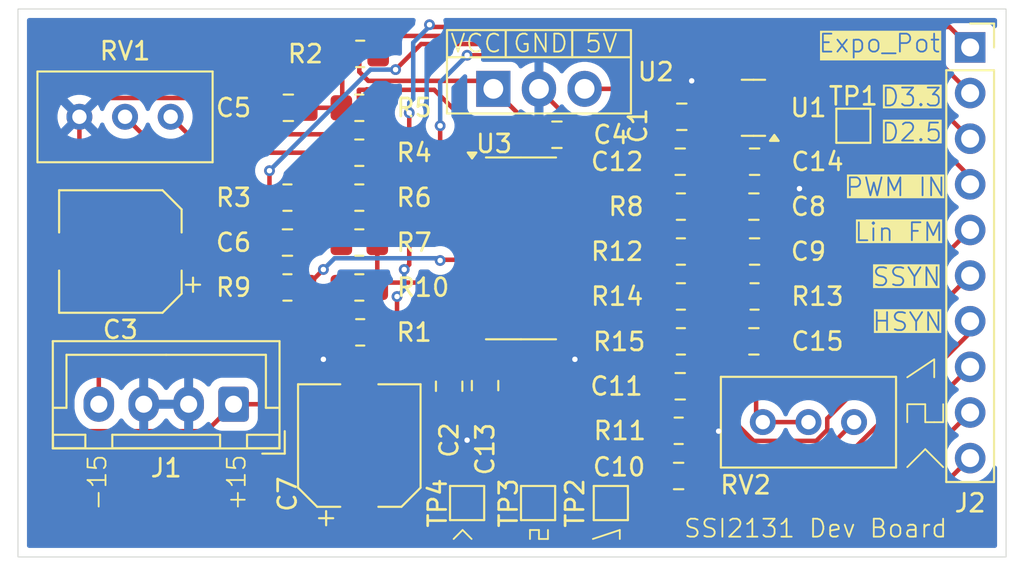
<source format=kicad_pcb>
(kicad_pcb (version 20241229) (generator "pcbnew") (generator_version "9.0")
  (layers (0 "F.Cu" signal) (2 "B.Cu" signal) (13 "F.Paste" user) (15 "B.Paste" user) (5 "F.SilkS" user "F.Silkscreen") (7 "B.SilkS" user "B.Silkscreen") (1 "F.Mask" user) (3 "B.Mask" user) (25 "Edge.Cuts" user))
  (net 0 "")
  (net 1 "GND")
  (net 2 "/2.5V_REF")
  (net 3 "+5V")
  (net 4 "Net-(C5-Pad1)")
  (net 5 "Net-(C6-Pad1)")
  (net 6 "/Soft_Syn_in")
  (net 7 "/Hard_syn_in")
  (net 8 "/Lin_FM_IN")
  (net 9 "-15V")
  (net 10 "+15V")
  (net 11 "/Expo_DAC_in_3.3")
  (net 12 "/Expo_Pot_in")
  (net 13 "/PWM_CNTRL_IN")
  (net 14 "/Expo_DAC_in_2.5")
  (net 15 "/Buf_Tri")
  (net 16 "/Buf_saw")
  (net 17 "/Buf_Pulse")
  (net 18 "Net-(U3-HARD_SYNC)")
  (net 19 "Net-(U3-SOFT_SYNC)")
  (net 20 "Net-(U3-TCAP)")
  (net 21 "Net-(C14-Pad1)")
  (net 22 "Net-(C15-Pad1)")
  (net 23 "Net-(U3-EXPO_FREQ)")
  (net 24 "Net-(R4-Pad1)")
  (net 25 "Net-(U3-HF_TRACK)")
  (net 26 "Net-(U3-BW_COMP)")
  (net 27 "Net-(R13-Pad1)")
  (net 28 "Net-(U3-LIN_FREQ)")
  (net 29 "Net-(U3-EXPO_SCALE)")
  (footprint "Capacitor_SMD:C_0805_2012Metric_Pad1.18x1.45mm_HandSolder" (layer "F.Cu") (at 169 90.5)
    (property "Reference" "C14" (at 3.5 0 0) (layer "F.SilkS"))
    (property "Value" "10n")
    (pad "1" smd roundrect (at -1.0375 0) (size 1.175 1.45) (layers "F.Cu" "F.Mask" "F.Paste") (roundrect_rratio 0.212766) (net 21 "Net-(C14-Pad1)"))
    (pad "2" smd roundrect (at 1.0375 0) (size 1.175 1.45) (layers "F.Cu" "F.Mask" "F.Paste") (roundrect_rratio 0.212766) (net 1 "GND"))
  )
  (footprint "Capacitor_SMD:C_0805_2012Metric_Pad1.18x1.45mm_HandSolder" (layer "F.Cu") (at 154 102.9625 -90)
    (property "Reference" "C13" (at 3.5375 0 90) (layer "F.SilkS"))
    (property "Value" "3.9nf")
    (pad "1" smd roundrect (at -1.0375 0 270) (size 1.175 1.45) (layers "F.Cu" "F.Mask" "F.Paste") (roundrect_rratio 0.212766) (net 20 "Net-(U3-TCAP)"))
    (pad "2" smd roundrect (at 1.0375 0 270) (size 1.175 1.45) (layers "F.Cu" "F.Mask" "F.Paste") (roundrect_rratio 0.212766) (net 1 "GND"))
  )
  (footprint "Resistor_SMD:R_0805_2012Metric_Pad1.20x1.40mm_HandSolder" (layer "F.Cu") (at 147 95)
    (property "Reference" "R7" (at 3.05 0 0) (layer "F.SilkS"))
    (property "Value" "100k")
    (pad "1" smd roundrect (at -1 0) (size 1.2 1.4) (layers "F.Cu" "F.Mask" "F.Paste") (roundrect_rratio 0.208333) (net 2 "/2.5V_REF"))
    (pad "2" smd roundrect (at 1 0) (size 1.2 1.4) (layers "F.Cu" "F.Mask" "F.Paste") (roundrect_rratio 0.208333) (net 23 "Net-(U3-EXPO_FREQ)"))
  )
  (footprint "Resistor_SMD:R_0805_2012Metric_Pad1.20x1.40mm_HandSolder" (layer "F.Cu") (at 164.9 100.5)
    (property "Reference" "R15" (at -3.434902 0.021484 0) (layer "F.SilkS"))
    (property "Value" "499k")
    (pad "1" smd roundrect (at -1 0) (size 1.2 1.4) (layers "F.Cu" "F.Mask" "F.Paste") (roundrect_rratio 0.208333) (net 28 "Net-(U3-LIN_FREQ)"))
    (pad "2" smd roundrect (at 1 0) (size 1.2 1.4) (layers "F.Cu" "F.Mask" "F.Paste") (roundrect_rratio 0.208333) (net 22 "Net-(C15-Pad1)"))
  )
  (footprint "Package_TO_SOT_THT:TO-220-3_Vertical" (layer "F.Cu") (at 154.46 86.445)
    (property "Reference" "U2" (at 9.04 -0.945 0) (layer "F.SilkS"))
    (property "Value" "LM7805_TO220")
    (pad "1" thru_hole rect (at 0 0) (size 1.905 2) (drill 1.1) (layers "*.Cu" "*.Mask") (net 10 "+15V"))
    (pad "2" thru_hole oval (at 2.54 0) (size 1.905 2) (drill 1.1) (layers "*.Cu" "*.Mask") (net 1 "GND"))
    (pad "3" thru_hole oval (at 5.08 0) (size 1.905 2) (drill 1.1) (layers "*.Cu" "*.Mask") (net 3 "+5V"))
  )
  (footprint "Potentiometer_THT:Potentiometer_Bourns_3296W_Vertical" (layer "F.Cu") (at 136.5 88)
    (property "Reference" "RV1" (at -2.54 -3.66 0) (layer "F.SilkS"))
    (property "Value" "5k")
    (pad "1" thru_hole circle (at 0 0) (size 1.44 1.44) (drill 0.8) (layers "*.Cu" "*.Mask") (net 2 "/2.5V_REF"))
    (pad "2" thru_hole circle (at -2.54 0) (size 1.44 1.44) (drill 0.8) (layers "*.Cu" "*.Mask") (net 24 "Net-(R4-Pad1)"))
    (pad "3" thru_hole circle (at -5.08 0) (size 1.44 1.44) (drill 0.8) (layers "*.Cu" "*.Mask") (net 1 "GND"))
  )
  (footprint "Potentiometer_THT:Potentiometer_Bourns_3296W_Vertical" (layer "F.Cu") (at 174.54 104.995)
    (property "Reference" "RV2" (at -6.04 3.505 0) (layer "F.SilkS"))
    (property "Value" "5k")
    (pad "1" thru_hole circle (at 0 0) (size 1.44 1.44) (drill 0.8) (layers "*.Cu" "*.Mask") (net 29 "Net-(U3-EXPO_SCALE)"))
    (pad "2" thru_hole circle (at -2.54 0) (size 1.44 1.44) (drill 0.8) (layers "*.Cu" "*.Mask") (net 27 "Net-(R13-Pad1)"))
    (pad "3" thru_hole circle (at -5.08 0) (size 1.44 1.44) (drill 0.8) (layers "*.Cu" "*.Mask") (net 27 "Net-(R13-Pad1)"))
  )
  (footprint "Capacitor_SMD:C_0805_2012Metric_Pad1.18x1.45mm_HandSolder" (layer "F.Cu") (at 143 95 180)
    (property "Reference" "C6" (at 3 0 0) (layer "F.SilkS"))
    (property "Value" "220n")
    (pad "1" smd roundrect (at -1.0375 0 180) (size 1.175 1.45) (layers "F.Cu" "F.Mask" "F.Paste") (roundrect_rratio 0.212766) (net 5 "Net-(C6-Pad1)"))
    (pad "2" smd roundrect (at 1.0375 0 180) (size 1.175 1.45) (layers "F.Cu" "F.Mask" "F.Paste") (roundrect_rratio 0.212766) (net 1 "GND"))
  )
  (footprint "Capacitor_SMD:C_0805_2012Metric_Pad1.18x1.45mm_HandSolder" (layer "F.Cu") (at 169 95.5)
    (property "Reference" "C9" (at 3 0 0) (layer "F.SilkS"))
    (property "Value" "1uf")
    (pad "1" smd roundrect (at -1.0375 0) (size 1.175 1.45) (layers "F.Cu" "F.Mask" "F.Paste") (roundrect_rratio 0.212766) (net 2 "/2.5V_REF"))
    (pad "2" smd roundrect (at 1.0375 0) (size 1.175 1.45) (layers "F.Cu" "F.Mask" "F.Paste") (roundrect_rratio 0.212766) (net 1 "GND"))
  )
  (footprint "TestPoint:TestPoint_Pad_1.5x1.5mm" (layer "F.Cu") (at 156.95 109.5 90)
    (property "Reference" "TP3" (at 0 -1.648 90) (layer "F.SilkS"))
    (property "Value" "TestPoint")
    (pad "1" smd rect (at 0 0 90) (size 1.5 1.5) (layers "F.Cu" "F.Mask") (net 17 "/Buf_Pulse"))
  )
  (footprint "Resistor_SMD:R_0805_2012Metric_Pad1.20x1.40mm_HandSolder" (layer "F.Cu") (at 147.05 84.5 180)
    (property "Reference" "R2" (at 3.05 0 0) (layer "F.SilkS"))
    (property "Value" "680")
    (pad "1" smd roundrect (at -1 0 180) (size 1.2 1.4) (layers "F.Cu" "F.Mask" "F.Paste") (roundrect_rratio 0.208333) (net 11 "/Expo_DAC_in_3.3"))
    (pad "2" smd roundrect (at 1 0 180) (size 1.2 1.4) (layers "F.Cu" "F.Mask" "F.Paste") (roundrect_rratio 0.208333) (net 4 "Net-(C5-Pad1)"))
  )
  (footprint "Connector_PinSocket_2.54mm:PinSocket_1x10_P2.54mm_Vertical" (layer "F.Cu") (at 181 84.14)
    (property "Reference" "J2" (at 0 25.36 0) (layer "F.SilkS"))
    (property "Value" "I/O")
    (pad "1" thru_hole rect (at 0 0) (size 1.7 1.7) (drill 1) (layers "*.Cu" "*.Mask") (net 12 "/Expo_Pot_in"))
    (pad "2" thru_hole circle (at 0 2.54) (size 1.7 1.7) (drill 1) (layers "*.Cu" "*.Mask") (net 11 "/Expo_DAC_in_3.3"))
    (pad "3" thru_hole circle (at 0 5.08) (size 1.7 1.7) (drill 1) (layers "*.Cu" "*.Mask") (net 14 "/Expo_DAC_in_2.5"))
    (pad "4" thru_hole circle (at 0 7.62) (size 1.7 1.7) (drill 1) (layers "*.Cu" "*.Mask") (net 13 "/PWM_CNTRL_IN"))
    (pad "5" thru_hole circle (at 0 10.16) (size 1.7 1.7) (drill 1) (layers "*.Cu" "*.Mask") (net 8 "/Lin_FM_IN"))
    (pad "6" thru_hole circle (at 0 12.7) (size 1.7 1.7) (drill 1) (layers "*.Cu" "*.Mask") (net 6 "/Soft_Syn_in"))
    (pad "7" thru_hole circle (at 0 15.24) (size 1.7 1.7) (drill 1) (layers "*.Cu" "*.Mask") (net 7 "/Hard_syn_in"))
    (pad "8" thru_hole circle (at 0 17.78) (size 1.7 1.7) (drill 1) (layers "*.Cu" "*.Mask") (net 16 "/Buf_saw"))
    (pad "9" thru_hole circle (at 0 20.32) (size 1.7 1.7) (drill 1) (layers "*.Cu" "*.Mask") (net 17 "/Buf_Pulse"))
    (pad "10" thru_hole circle (at 0 22.86) (size 1.7 1.7) (drill 1) (layers "*.Cu" "*.Mask") (net 15 "/Buf_Tri"))
  )
  (footprint "Resistor_SMD:R_0805_2012Metric_Pad1.20x1.40mm_HandSolder" (layer "F.Cu") (at 147 92.5)
    (property "Reference" "R6" (at 3.05 0 0) (layer "F.SilkS"))
    (property "Value" "15k")
    (pad "1" smd roundrect (at -1 0) (size 1.2 1.4) (layers "F.Cu" "F.Mask" "F.Paste") (roundrect_rratio 0.208333) (net 5 "Net-(C6-Pad1)"))
    (pad "2" smd roundrect (at 1 0) (size 1.2 1.4) (layers "F.Cu" "F.Mask" "F.Paste") (roundrect_rratio 0.208333) (net 23 "Net-(U3-EXPO_FREQ)"))
  )
  (footprint "Capacitor_SMD:C_0805_2012Metric_Pad1.18x1.45mm_HandSolder" (layer "F.Cu") (at 168.9625 100.5)
    (property "Reference" "C15" (at 3.5375 0 0) (layer "F.SilkS"))
    (property "Value" "1u")
    (pad "1" smd roundrect (at -1.0375 0) (size 1.175 1.45) (layers "F.Cu" "F.Mask" "F.Paste") (roundrect_rratio 0.212766) (net 22 "Net-(C15-Pad1)"))
    (pad "2" smd roundrect (at 1.0375 0) (size 1.175 1.45) (layers "F.Cu" "F.Mask" "F.Paste") (roundrect_rratio 0.212766) (net 8 "/Lin_FM_IN"))
  )
  (footprint "Capacitor_SMD:C_0805_2012Metric_Pad1.18x1.45mm_HandSolder" (layer "F.Cu") (at 152 103 -90)
    (property "Reference" "C2" (at 3 0 90) (layer "F.SilkS"))
    (property "Value" "100n")
    (pad "1" smd roundrect (at -1.0375 0 270) (size 1.175 1.45) (layers "F.Cu" "F.Mask" "F.Paste") (roundrect_rratio 0.212766) (net 9 "-15V"))
    (pad "2" smd roundrect (at 1.0375 0 270) (size 1.175 1.45) (layers "F.Cu" "F.Mask" "F.Paste") (roundrect_rratio 0.212766) (net 1 "GND"))
  )
  (footprint "Package_TO_SOT_SMD:SOT-23" (layer "F.Cu") (at 168.9375 87.5 180)
    (property "Reference" "U1" (at -3.0625 0 0) (layer "F.SilkS"))
    (property "Value" "LM4040DBZ-2.5")
    (pad "1" smd roundrect (at -0.9375 -0.95 180) (size 1.475 0.6) (layers "F.Cu" "F.Mask" "F.Paste") (net 2 "/2.5V_REF"))
    (pad "2" smd roundrect (at -0.9375 0.95 180) (size 1.475 0.6) (layers "F.Cu" "F.Mask" "F.Paste") (net 1 "GND"))
    (pad "3" smd roundrect (at 0.9375 0 180) (size 1.475 0.6) (layers "F.Cu" "F.Mask" "F.Paste"))
  )
  (footprint "Connector_JST:JST_XH_B4B-XH-A_1x04_P2.50mm_Vertical" (layer "F.Cu") (at 140 104 180)
    (property "Reference" "J1" (at 3.75 -3.55 180) (layer "F.SilkS"))
    (property "Value" "pwr_in")
    (pad "1" thru_hole roundrect (at 0 0 180) (size 1.7 1.95) (drill 0.95) (layers "*.Cu" "*.Mask") (roundrect_rratio 0.147059) (net 10 "+15V"))
    (pad "2" thru_hole oval (at 2.5 0 180) (size 1.7 1.95) (drill 0.95) (layers "*.Cu" "*.Mask") (net 1 "GND"))
    (pad "3" thru_hole oval (at 5 0 180) (size 1.7 1.95) (drill 0.95) (layers "*.Cu" "*.Mask") (net 1 "GND"))
    (pad "4" thru_hole oval (at 7.5 0 180) (size 1.7 1.95) (drill 0.95) (layers "*.Cu" "*.Mask") (net 9 "-15V"))
  )
  (footprint "Capacitor_SMD:C_0805_2012Metric" (layer "F.Cu") (at 164.95 88)
    (property "Reference" "C1" (at -2.45 0.5 90) (layer "F.SilkS"))
    (property "Value" "100n")
    (pad "1" smd roundrect (at -0.95 0) (size 1 1.45) (layers "F.Cu" "F.Mask" "F.Paste") (net 3 "+5V"))
    (pad "2" smd roundrect (at 0.95 0) (size 1 1.45) (layers "F.Cu" "F.Mask" "F.Paste") (net 1 "GND"))
  )
  (footprint "Capacitor_SMD:C_0805_2012Metric_Pad1.18x1.45mm_HandSolder" (layer "F.Cu") (at 164.773243 107.995344 180)
    (property "Reference" "C10" (at 3.314679 0.495344 0) (layer "F.SilkS"))
    (property "Value" "10n")
    (pad "1" smd roundrect (at -1.0375 0 180) (size 1.175 1.45) (layers "F.Cu" "F.Mask" "F.Paste") (roundrect_rratio 0.212766) (net 7 "/Hard_syn_in"))
    (pad "2" smd roundrect (at 1.0375 0 180) (size 1.175 1.45) (layers "F.Cu" "F.Mask" "F.Paste") (roundrect_rratio 0.212766) (net 18 "Net-(U3-HARD_SYNC)"))
  )
  (footprint "Resistor_SMD:R_0805_2012Metric_Pad1.20x1.40mm_HandSolder" (layer "F.Cu") (at 164.9 95.5)
    (property "Reference" "R12" (at -3.55 0 0) (layer "F.SilkS"))
    (property "Value" "267")
    (pad "1" smd roundrect (at -1 0) (size 1.2 1.4) (layers "F.Cu" "F.Mask" "F.Paste") (roundrect_rratio 0.208333) (net 26 "Net-(U3-BW_COMP)"))
    (pad "2" smd roundrect (at 1 0) (size 1.2 1.4) (layers "F.Cu" "F.Mask" "F.Paste") (roundrect_rratio 0.208333) (net 21 "Net-(C14-Pad1)"))
  )
  (footprint "Resistor_SMD:R_0805_2012Metric_Pad1.20x1.40mm_HandSolder" (layer "F.Cu") (at 164.9 93)
    (property "Reference" "R8" (at -3.05 0 0) (layer "F.SilkS"))
    (property "Value" "2K")
    (pad "1" smd roundrect (at -1 0) (size 1.2 1.4) (layers "F.Cu" "F.Mask" "F.Paste") (roundrect_rratio 0.208333) (net 3 "+5V"))
    (pad "2" smd roundrect (at 1 0) (size 1.2 1.4) (layers "F.Cu" "F.Mask" "F.Paste") (roundrect_rratio 0.208333) (net 2 "/2.5V_REF"))
  )
  (footprint "Resistor_SMD:R_0805_2012Metric_Pad1.20x1.40mm_HandSolder" (layer "F.Cu") (at 147 87.5)
    (property "Reference" "R5" (at 3.05 0 0) (layer "F.SilkS"))
    (property "Value" "20k")
    (pad "1" smd roundrect (at -1 0) (size 1.2 1.4) (layers "F.Cu" "F.Mask" "F.Paste") (roundrect_rratio 0.208333) (net 4 "Net-(C5-Pad1)"))
    (pad "2" smd roundrect (at 1 0) (size 1.2 1.4) (layers "F.Cu" "F.Mask" "F.Paste") (roundrect_rratio 0.208333) (net 23 "Net-(U3-EXPO_FREQ)"))
  )
  (footprint "TestPoint:TestPoint_Pad_1.5x1.5mm" (layer "F.Cu") (at 161 109.5 90)
    (property "Reference" "TP2" (at -0.002 -2 90) (layer "F.SilkS"))
    (property "Value" "TestPoint")
    (pad "1" smd rect (at 0 0 90) (size 1.5 1.5) (layers "F.Cu" "F.Mask") (net 16 "/Buf_saw"))
  )
  (footprint "Capacitor_SMD:C_0805_2012Metric_Pad1.18x1.45mm_HandSolder" (layer "F.Cu") (at 164.8625 103 180)
    (property "Reference" "C11" (at 3.55 0 0) (layer "F.SilkS"))
    (property "Value" "10n")
    (pad "1" smd roundrect (at -1.0375 0 180) (size 1.175 1.45) (layers "F.Cu" "F.Mask" "F.Paste") (roundrect_rratio 0.212766) (net 6 "/Soft_Syn_in"))
    (pad "2" smd roundrect (at 1.0375 0 180) (size 1.175 1.45) (layers "F.Cu" "F.Mask" "F.Paste") (roundrect_rratio 0.212766) (net 19 "Net-(U3-SOFT_SYNC)"))
  )
  (footprint "Resistor_SMD:R_0805_2012Metric_Pad1.20x1.40mm_HandSolder" (layer "F.Cu") (at 143 97.5)
    (property "Reference" "R9" (at -3 0 0) (layer "F.SilkS"))
    (property "Value" "4.3k")
    (pad "1" smd roundrect (at -1 0) (size 1.2 1.4) (layers "F.Cu" "F.Mask" "F.Paste") (roundrect_rratio 0.208333) (net 1 "GND"))
    (pad "2" smd roundrect (at 1 0) (size 1.2 1.4) (layers "F.Cu" "F.Mask" "F.Paste") (roundrect_rratio 0.208333) (net 25 "Net-(U3-HF_TRACK)"))
  )
  (footprint "Capacitor_SMD:C_0805_2012Metric_Pad1.18x1.45mm_HandSolder" (layer "F.Cu") (at 164.8625 90.5)
    (property "Reference" "C12" (at -3.5125 0 0) (layer "F.SilkS"))
    (property "Value" "1uf")
    (pad "1" smd roundrect (at -1.0375 0) (size 1.175 1.45) (layers "F.Cu" "F.Mask" "F.Paste") (roundrect_rratio 0.212766) (net 3 "+5V"))
    (pad "2" smd roundrect (at 1.0375 0) (size 1.175 1.45) (layers "F.Cu" "F.Mask" "F.Paste") (roundrect_rratio 0.212766) (net 1 "GND"))
  )
  (footprint "Resistor_SMD:R_0805_2012Metric_Pad1.20x1.40mm_HandSolder" (layer "F.Cu") (at 147.05 100)
    (property "Reference" "R1" (at 3 0 0) (layer "F.SilkS"))
    (property "Value" "49.9k")
    (pad "1" smd roundrect (at -1 0) (size 1.2 1.4) (layers "F.Cu" "F.Mask" "F.Paste") (roundrect_rratio 0.208333) (net 12 "/Expo_Pot_in"))
    (pad "2" smd roundrect (at 1 0) (size 1.2 1.4) (layers "F.Cu" "F.Mask" "F.Paste") (roundrect_rratio 0.208333) (net 23 "Net-(U3-EXPO_FREQ)"))
  )
  (footprint "Resistor_SMD:R_0805_2012Metric_Pad1.20x1.40mm_HandSolder" (layer "F.Cu") (at 169 98 180)
    (property "Reference" "R13" (at -3.5 0 0) (layer "F.SilkS"))
    (property "Value" "22.1k")
    (pad "1" smd roundrect (at -1 0 180) (size 1.2 1.4) (layers "F.Cu" "F.Mask" "F.Paste") (roundrect_rratio 0.208333) (net 27 "Net-(R13-Pad1)"))
    (pad "2" smd roundrect (at 1 0 180) (size 1.2 1.4) (layers "F.Cu" "F.Mask" "F.Paste") (roundrect_rratio 0.208333) (net 2 "/2.5V_REF"))
  )
  (footprint "Capacitor_SMD:C_0805_2012Metric_Pad1.18x1.45mm_HandSolder" (layer "F.Cu") (at 168.9625 93)
    (property "Reference" "C8" (at 3.0375 0 0) (layer "F.SilkS"))
    (property "Value" "1uf")
    (pad "1" smd roundrect (at -1.0375 0) (size 1.175 1.45) (layers "F.Cu" "F.Mask" "F.Paste") (roundrect_rratio 0.212766) (net 2 "/2.5V_REF"))
    (pad "2" smd roundrect (at 1.0375 0) (size 1.175 1.45) (layers "F.Cu" "F.Mask" "F.Paste") (roundrect_rratio 0.212766) (net 1 "GND"))
  )
  (footprint "Capacitor_SMD:C_0805_2012Metric_Pad1.18x1.45mm_HandSolder" (layer "F.Cu") (at 158 89)
    (property "Reference" "C4" (at 3 0 0) (layer "F.SilkS"))
    (property "Value" "100n")
    (pad "1" smd roundrect (at -1.0375 0) (size 1.175 1.45) (layers "F.Cu" "F.Mask" "F.Paste") (roundrect_rratio 0.212766) (net 10 "+15V"))
    (pad "2" smd roundrect (at 1.0375 0) (size 1.175 1.45) (layers "F.Cu" "F.Mask" "F.Paste") (roundrect_rratio 0.212766) (net 1 "GND"))
  )
  (footprint "Resistor_SMD:R_0805_2012Metric_Pad1.20x1.40mm_HandSolder" (layer "F.Cu") (at 147 90)
    (property "Reference" "R4" (at 3.05 0 0) (layer "F.SilkS"))
    (property "Value" "10k")
    (pad "1" smd roundrect (at -1 0) (size 1.2 1.4) (layers "F.Cu" "F.Mask" "F.Paste") (roundrect_rratio 0.208333) (net 24 "Net-(R4-Pad1)"))
    (pad "2" smd roundrect (at 1 0) (size 1.2 1.4) (layers "F.Cu" "F.Mask" "F.Paste") (roundrect_rratio 0.208333) (net 23 "Net-(U3-EXPO_FREQ)"))
  )
  (footprint "Capacitor_SMD:C_0805_2012Metric_Pad1.18x1.45mm_HandSolder" (layer "F.Cu") (at 143.05 87.5 180)
    (property "Reference" "C5" (at 3.05 0 0) (layer "F.SilkS"))
    (property "Value" "220n")
    (pad "1" smd roundrect (at -1.0375 0 180) (size 1.175 1.45) (layers "F.Cu" "F.Mask" "F.Paste") (roundrect_rratio 0.212766) (net 4 "Net-(C5-Pad1)"))
    (pad "2" smd roundrect (at 1.0375 0 180) (size 1.175 1.45) (layers "F.Cu" "F.Mask" "F.Paste") (roundrect_rratio 0.212766) (net 1 "GND"))
  )
  (footprint "Resistor_SMD:R_0805_2012Metric_Pad1.20x1.40mm_HandSolder" (layer "F.Cu") (at 143 92.5)
    (property "Reference" "R3" (at -3 0 0) (layer "F.SilkS"))
    (property "Value" "680")
    (pad "1" smd roundrect (at -1 0) (size 1.2 1.4) (layers "F.Cu" "F.Mask" "F.Paste") (roundrect_rratio 0.208333) (net 14 "/Expo_DAC_in_2.5"))
    (pad "2" smd roundrect (at 1 0) (size 1.2 1.4) (layers "F.Cu" "F.Mask" "F.Paste") (roundrect_rratio 0.208333) (net 5 "Net-(C6-Pad1)"))
  )
  (footprint "Package_SO:SOP-16_3.9x9.9mm_P1.27mm" (layer "F.Cu") (at 156 95.325)
    (property "Reference" "U3" (at -1.5 -5.825 0) (layer "F.SilkS"))
    (property "Value" "SSI2131")
    (pad "1" smd roundrect (at -2.5 -4.445) (size 2 0.6) (layers "F.Cu" "F.Mask" "F.Paste") (net 16 "/Buf_saw"))
    (pad "2" smd roundrect (at -2.5 -3.175) (size 2 0.6) (layers "F.Cu" "F.Mask" "F.Paste") (net 17 "/Buf_Pulse"))
    (pad "3" smd roundrect (at -2.5 -1.905) (size 2 0.6) (layers "F.Cu" "F.Mask" "F.Paste") (net 13 "/PWM_CNTRL_IN"))
    (pad "4" smd roundrect (at -2.5 -0.635) (size 2 0.6) (layers "F.Cu" "F.Mask" "F.Paste") (net 15 "/Buf_Tri"))
    (pad "5" smd roundrect (at -2.5 0.635) (size 2 0.6) (layers "F.Cu" "F.Mask" "F.Paste") (net 25 "Net-(U3-HF_TRACK)"))
    (pad "6" smd roundrect (at -2.5 1.905) (size 2 0.6) (layers "F.Cu" "F.Mask" "F.Paste") (net 23 "Net-(U3-EXPO_FREQ)"))
    (pad "7" smd roundrect (at -2.5 3.175) (size 2 0.6) (layers "F.Cu" "F.Mask" "F.Paste") (net 9 "-15V"))
    (pad "8" smd roundrect (at -2.5 4.445) (size 2 0.6) (layers "F.Cu" "F.Mask" "F.Paste") (net 20 "Net-(U3-TCAP)"))
    (pad "9" smd roundrect (at 2.5 4.445) (size 2 0.6) (layers "F.Cu" "F.Mask" "F.Paste") (net 1 "GND"))
    (pad "10" smd roundrect (at 2.5 3.175) (size 2 0.6) (layers "F.Cu" "F.Mask" "F.Paste") (net 18 "Net-(U3-HARD_SYNC)"))
    (pad "11" smd roundrect (at 2.5 1.905) (size 2 0.6) (layers "F.Cu" "F.Mask" "F.Paste") (net 19 "Net-(U3-SOFT_SYNC)"))
    (pad "12" smd roundrect (at 2.5 0.635) (size 2 0.6) (layers "F.Cu" "F.Mask" "F.Paste") (net 28 "Net-(U3-LIN_FREQ)"))
    (pad "13" smd roundrect (at 2.5 -0.635) (size 2 0.6) (layers "F.Cu" "F.Mask" "F.Paste") (net 29 "Net-(U3-EXPO_SCALE)"))
    (pad "14" smd roundrect (at 2.5 -1.905) (size 2 0.6) (layers "F.Cu" "F.Mask" "F.Paste") (net 2 "/2.5V_REF"))
    (pad "15" smd roundrect (at 2.5 -3.175) (size 2 0.6) (layers "F.Cu" "F.Mask" "F.Paste") (net 26 "Net-(U3-BW_COMP)"))
    (pad "16" smd roundrect (at 2.5 -4.445) (size 2 0.6) (layers "F.Cu" "F.Mask" "F.Paste") (net 3 "+5V"))
  )
  (footprint "TestPoint:TestPoint_Pad_1.5x1.5mm" (layer "F.Cu") (at 174.5 88.5)
    (property "Reference" "TP1" (at 0 -1.648 0) (layer "F.SilkS"))
    (property "Value" "TestPoint")
    (pad "1" smd rect (at 0 0) (size 1.5 1.5) (layers "F.Cu" "F.Mask") (net 2 "/2.5V_REF"))
  )
  (footprint "Resistor_SMD:R_0805_2012Metric_Pad1.20x1.40mm_HandSolder" (layer "F.Cu") (at 164.9 98)
    (property "Reference" "R14" (at -3.55 0 0) (layer "F.SilkS"))
    (property "Value" "499k")
    (pad "1" smd roundrect (at -1 0) (size 1.2 1.4) (layers "F.Cu" "F.Mask" "F.Paste") (roundrect_rratio 0.208333) (net 28 "Net-(U3-LIN_FREQ)"))
    (pad "2" smd roundrect (at 1 0) (size 1.2 1.4) (layers "F.Cu" "F.Mask" "F.Paste") (roundrect_rratio 0.208333) (net 2 "/2.5V_REF"))
  )
  (footprint "TestPoint:TestPoint_Pad_1.5x1.5mm" (layer "F.Cu") (at 153 109.5 90)
    (property "Reference" "TP4" (at 0 -1.648 90) (layer "F.SilkS"))
    (property "Value" "TestPoint")
    (pad "1" smd rect (at 0 0 90) (size 1.5 1.5) (layers "F.Cu" "F.Mask") (net 15 "/Buf_Tri"))
  )
  (footprint "Resistor_SMD:R_0805_2012Metric_Pad1.20x1.40mm_HandSolder" (layer "F.Cu") (at 164.777179 105.478811 180)
    (property "Reference" "R11" (at 3.277179 0 0) (layer "F.SilkS"))
    (property "Value" "10k")
    (pad "1" smd roundrect (at -1 0 180) (size 1.2 1.4) (layers "F.Cu" "F.Mask" "F.Paste") (roundrect_rratio 0.208333) (net 1 "GND"))
    (pad "2" smd roundrect (at 1 0 180) (size 1.2 1.4) (layers "F.Cu" "F.Mask" "F.Paste") (roundrect_rratio 0.208333) (net 18 "Net-(U3-HARD_SYNC)"))
  )
  (footprint "Resistor_SMD:R_0805_2012Metric_Pad1.20x1.40mm_HandSolder" (layer "F.Cu") (at 147 97.5)
    (property "Reference" "R10" (at 3.55 0 0) (layer "F.SilkS"))
    (property "Value" "267k")
    (pad "1" smd roundrect (at -1 0) (size 1.2 1.4) (layers "F.Cu" "F.Mask" "F.Paste") (roundrect_rratio 0.208333) (net 25 "Net-(U3-HF_TRACK)"))
    (pad "2" smd roundrect (at 1 0) (size 1.2 1.4) (layers "F.Cu" "F.Mask" "F.Paste") (roundrect_rratio 0.208333) (net 23 "Net-(U3-EXPO_FREQ)"))
  )
  (footprint "Capacitor_SMD:CP_Elec_6.3x5.4" (layer "F.Cu") (at 133.7 95.5 180)
    (property "Reference" "C3" (at 0 -4.35 0) (layer "F.SilkS"))
    (property "Value" "22u")
    (pad "1" smd roundrect (at -2.8 0 180) (size 3.5 1.6) (layers "F.Cu" "F.Mask" "F.Paste") (roundrect_rratio 0.15625) (net 1 "GND"))
    (pad "2" smd roundrect (at 2.8 0 180) (size 3.5 1.6) (layers "F.Cu" "F.Mask" "F.Paste") (roundrect_rratio 0.15625) (net 9 "-15V"))
  )
  (footprint "Capacitor_SMD:CP_Elec_6.3x5.4" (layer "F.Cu") (at 147 106.3 90)
    (property "Reference" "C7" (at -2.7 -4 90) (layer "F.SilkS"))
    (property "Value" "22u")
    (pad "1" smd roundrect (at -2.8 0 90) (size 3.5 1.6) (layers "F.Cu" "F.Mask" "F.Paste") (roundrect_rratio 0.15625) (net 10 "+15V"))
    (pad "2" smd roundrect (at 2.8 0 90) (size 3.5 1.6) (layers "F.Cu" "F.Mask" "F.Paste") (roundrect_rratio 0.15625) (net 1 "GND"))
  )
  (gr_line (start 156.5 111.5) (end 156.5 111) (stroke (width 0.1)) (layer "F.SilkS"))
  (gr_line (start 152.25 111.5) (end 152.75 111) (stroke (width 0.1)) (layer "F.SilkS"))
  (gr_line (start 177.5 104) (end 178.5 104) (stroke (width 0.1)) (layer "F.SilkS"))
  (gr_line (start 157 111) (end 157 111.5) (stroke (width 0.1)) (layer "F.SilkS"))
  (gr_line (start 178.5 106.5) (end 179.5 107.5) (stroke (width 0.1)) (layer "F.SilkS"))
  (gr_line (start 178.5 105) (end 179 105) (stroke (width 0.1)) (layer "F.SilkS"))
  (gr_line (start 157 111.5) (end 157.5 111.5) (stroke (width 0.1)) (layer "F.SilkS"))
  (gr_line (start 179 105) (end 179.5 105) (stroke (width 0.1)) (layer "F.SilkS"))
  (gr_line (start 179 101.5) (end 179 102.5) (stroke (width 0.1)) (layer "F.SilkS"))
  (gr_line (start 157.5 111.5) (end 157.5 111) (stroke (width 0.1)) (layer "F.SilkS"))
  (gr_line (start 178.5 104) (end 178.5 105) (stroke (width 0.1)) (layer "F.SilkS"))
  (gr_line (start 160 111.5) (end 161.5 111) (stroke (width 0.1)) (layer "F.SilkS"))
  (gr_line (start 179.5 105) (end 179.5 104) (stroke (width 0.1)) (layer "F.SilkS"))
  (gr_line (start 177.5 102.5) (end 179 101.5) (stroke (width 0.1)) (layer "F.SilkS"))
  (gr_line (start 161.5 111) (end 161.5 111.5) (stroke (width 0.1)) (layer "F.SilkS"))
  (gr_line (start 177.5 107.5) (end 178.5 106.5) (stroke (width 0.1)) (layer "F.SilkS"))
  (gr_line (start 152.75 111) (end 153.25 111.5) (stroke (width 0.1)) (layer "F.SilkS"))
  (gr_line (start 177.5 105) (end 177.5 104) (stroke (width 0.1)) (layer "F.SilkS"))
  (gr_line (start 156.5 111) (end 157 111) (stroke (width 0.1)) (layer "F.SilkS"))
  (gr_rect (start 128 82) (end 183 112.5) (stroke (width 0.05)) (fill no) (layer "Edge.Cuts"))
  (gr_text "SSI2131 Dev Board" (at 165 111.5 0) (layer "F.SilkS") (effects (font (size 1 1) (thickness 0.1)) (justify left bottom)))
  (gr_text "HSYN\n" (at 175.5 100 0) (layer "F.SilkS" knockout) (effects (font (size 1 1) (thickness 0.1)) (justify left bottom)))
  (gr_text "VCC\n" (at 152 84.5 0) (layer "F.SilkS") (effects (font (size 1 1) (thickness 0.1)) (justify left bottom)))
  (gr_text "5V\n" (at 159.5 84.5 0) (layer "F.SilkS") (effects (font (size 1 1) (thickness 0.1)) (justify left bottom)))
  (gr_text "D2.5\n" (at 176 89.45 0) (layer "F.SilkS" knockout) (effects (font (size 1 1) (thickness 0.1)) (justify left bottom)))
  (gr_text "-15\n" (at 133 110 90) (layer "F.SilkS") (effects (font (size 1 1) (thickness 0.1)) (justify left bottom)))
  (gr_text "Lin FM\n" (at 174.5 95 0) (layer "F.SilkS" knockout) (effects (font (size 1 1) (thickness 0.1)) (justify left bottom)))
  (gr_text "GND\n" (at 155.5 84.5 0) (layer "F.SilkS") (effects (font (size 1 1) (thickness 0.1)) (justify left bottom)))
  (gr_text "Expo_Pot\n" (at 172.5 84.5 0) (layer "F.SilkS" knockout) (effects (font (size 1 1) (thickness 0.1)) (justify left bottom)))
  (gr_text "SSYN" (at 175.5 97.5 0) (layer "F.SilkS" knockout) (effects (font (size 1 1) (thickness 0.1)) (justify left bottom)))
  (gr_text "+15" (at 140.75 110 90) (layer "F.SilkS") (effects (font (size 1 1) (thickness 0.1)) (justify left bottom)))
  (gr_text "D3.3\n" (at 176 87.5 0) (layer "F.SilkS" knockout) (effects (font (size 1 1) (thickness 0.1)) (justify left bottom)))
  (gr_text "PWM IN\n" (at 174 92.5 0) (layer "F.SilkS" knockout) (effects (font (size 1 1) (thickness 0.1)) (justify left bottom)))
  (segment (start 141.9625 95) (end 137 95) (width 0.25) (layer "F.Cu") (net 1))
  (segment (start 165.777179 105.478811) (end 166.978811 105.478811) (width 0.25) (layer "F.Cu") (net 1))
  (segment (start 152 104.0375) (end 153.9625 104.0375) (width 0.25) (layer "F.Cu") (net 1))
  (segment (start 165.9 88) (end 165.9 90.5) (width 0.25) (layer "F.Cu") (net 1))
  (segment (start 132.466 86.954) (end 131.42 88) (width 0.25) (layer "F.Cu") (net 1))
  (segment (start 158.5 99.77) (end 158.5 101) (width 0.25) (layer "F.Cu") (net 1))
  (segment (start 137 95) (end 136.5 95.5) (width 0.25) (layer "F.Cu") (net 1))
  (segment (start 170.5 93) (end 171.5 92) (width 0.25) (layer "F.Cu") (net 1))
  (segment (start 170 93.5) (end 170.0375 93.5375) (width 0.25) (layer "F.Cu") (net 1))
  (segment (start 170 93) (end 170.5 93) (width 0.25) (layer "F.Cu") (net 1))
  (segment (start 153.9625 104.0375) (end 154 104) (width 0.25) (layer "F.Cu") (net 1))
  (segment (start 131.42 89.92) (end 131.42 88) (width 0.25) (layer "F.Cu") (net 1))
  (segment (start 154 105) (end 153 106) (width 0.25) (layer "F.Cu") (net 1))
  (segment (start 167.35 86.55) (end 169.875 86.55) (width 0.25) (layer "F.Cu") (net 1))
  (segment (start 147 103.5) (end 145 101.5) (width 0.25) (layer "F.Cu") (net 1))
  (segment (start 158.5 101) (end 159 101.5) (width 0.25) (layer "F.Cu") (net 1))
  (segment (start 159.0375 88.4825) (end 157 86.445) (width 0.25) (layer "F.Cu") (net 1))
  (segment (start 165.9 88) (end 165.9 86.4) (width 0.25) (layer "F.Cu") (net 1))
  (segment (start 170.0375 92.9625) (end 170 93) (width 0.25) (layer "F.Cu") (net 1))
  (segment (start 142 95.0375) (end 141.9625 95) (width 0.25) (layer "F.Cu") (net 1))
  (segment (start 165.9 88) (end 167.35 86.55) (width 0.25) (layer "F.Cu") (net 1))
  (segment (start 154 104) (end 154 105) (width 0.25) (layer "F.Cu") (net 1))
  (segment (start 166.978811 105.478811) (end 167 105.5) (width 0.25) (layer "F.Cu") (net 1))
  (segment (start 136.5 95.5) (end 136.5 95) (width 0.25) (layer "F.Cu") (net 1))
  (segment (start 142 97.5) (end 142 95.0375) (width 0.25) (layer "F.Cu") (net 1))
  (segment (start 159.0375 89) (end 159.0375 88.4825) (width 0.25) (layer "F.Cu") (net 1))
  (segment (start 141.4665 86.954) (end 132.466 86.954) (width 0.25) (layer "F.Cu") (net 1))
  (segment (start 170 93) (end 170 93.5) (width 0.25) (layer "F.Cu") (net 1))
  (segment (start 170.0375 93.5375) (end 170.0375 95.5) (width 0.25) (layer "F.Cu") (net 1))
  (segment (start 170.0375 90.5) (end 170.0375 92.9625) (width 0.25) (layer "F.Cu") (net 1))
  (segment (start 142.0125 87.5) (end 141.4665 86.954) (width 0.25) (layer "F.Cu") (net 1))
  (segment (start 136.5 95) (end 131.42 89.92) (width 0.25) (layer "F.Cu") (net 1))
  (segment (start 165.9 86.4) (end 165.5 86) (width 0.25) (layer "F.Cu") (net 1))
  (via (at 171.5 92) (size 0.6) (drill 0.3) (layers "F.Cu" "B.Cu") (net 1))
  (via (at 167 105.5) (size 0.6) (drill 0.3) (layers "F.Cu" "B.Cu") (net 1))
  (via (at 153 106) (size 0.6) (drill 0.3) (layers "F.Cu" "B.Cu") (net 1))
  (via (at 145 101.5) (size 0.6) (drill 0.3) (layers "F.Cu" "B.Cu") (net 1))
  (via (at 165.5 86) (size 0.6) (drill 0.3) (layers "F.Cu" "B.Cu") (net 1))
  (via (at 159 101.5) (size 0.6) (drill 0.3) (layers "F.Cu" "B.Cu") (net 1))
  (segment (start 160.198486 93.42) (end 163.752486 96.974) (width 0.25) (layer "F.Cu") (net 2))
  (segment (start 147 86.5) (end 147.378486 86.5) (width 0.25) (layer "F.Cu") (net 2))
  (segment (start 164.874 96.974) (end 165.9 98) (width 0.25) (layer "F.Cu") (net 2))
  (segment (start 167.9625 95.5) (end 167.9625 95.0375) (width 0.25) (layer "F.Cu") (net 2))
  (segment (start 146.976 86.524) (end 147 86.5) (width 0.25) (layer "F.Cu") (net 2))
  (segment (start 174.45 88.45) (end 174.5 88.5) (width 0.25) (layer "F.Cu") (net 2))
  (segment (start 146.926 94.074) (end 146.926 89.304486) (width 0.25) (layer "F.Cu") (net 2))
  (segment (start 146.926 89.304486) (end 146.595514 88.974) (width 0.25) (layer "F.Cu") (net 2))
  (segment (start 165.9 98) (end 168 98) (width 0.25) (layer "F.Cu") (net 2))
  (segment (start 167.925 93) (end 165.9 93) (width 0.25) (layer "F.Cu") (net 2))
  (segment (start 169.875 88.45) (end 168.876 89.449) (width 0.25) (layer "F.Cu") (net 2))
  (segment (start 167.9625 97.9625) (end 168 98) (width 0.25) (layer "F.Cu") (net 2))
  (segment (start 167.9625 95.5) (end 167.9625 97.9625) (width 0.25) (layer "F.Cu") (net 2))
  (segment (start 146.595514 88.974) (end 137.474 88.974) (width 0.25) (layer "F.Cu") (net 2))
  (segment (start 158.092678 93.42) (end 158.5 93.42) (width 0.25) (layer "F.Cu") (net 2))
  (segment (start 146.976 88.593514) (end 146.976 86.524) (width 0.25) (layer "F.Cu") (net 2))
  (segment (start 148.595514 86.474) (end 148.621514 86.5) (width 0.25) (layer "F.Cu") (net 2))
  (segment (start 168.876 89.449) (end 168.876 92.049) (width 0.25) (layer "F.Cu") (net 2))
  (segment (start 167.925 95) (end 167.925 93) (width 0.25) (layer "F.Cu") (net 2))
  (segment (start 151.172678 86.5) (end 158.092678 93.42) (width 0.25) (layer "F.Cu") (net 2))
  (segment (start 169.875 88.45) (end 174.45 88.45) (width 0.25) (layer "F.Cu") (net 2))
  (segment (start 158.5 93.42) (end 160.198486 93.42) (width 0.25) (layer "F.Cu") (net 2))
  (segment (start 147.404486 86.474) (end 148.595514 86.474) (width 0.25) (layer "F.Cu") (net 2))
  (segment (start 168.876 92.049) (end 167.925 93) (width 0.25) (layer "F.Cu") (net 2))
  (segment (start 147.378486 86.5) (end 147.404486 86.474) (width 0.25) (layer "F.Cu") (net 2))
  (segment (start 146.595514 88.974) (end 146.976 88.593514) (width 0.25) (layer "F.Cu") (net 2))
  (segment (start 146 95) (end 146.926 94.074) (width 0.25) (layer "F.Cu") (net 2))
  (segment (start 137.474 88.974) (end 136.5 88) (width 0.25) (layer "F.Cu") (net 2))
  (segment (start 148.621514 86.5) (end 151.172678 86.5) (width 0.25) (layer "F.Cu") (net 2))
  (segment (start 167.9625 95.0375) (end 167.925 95) (width 0.25) (layer "F.Cu") (net 2))
  (segment (start 163.752486 96.974) (end 164.874 96.974) (width 0.25) (layer "F.Cu") (net 2))
  (segment (start 158.5 90.88) (end 163.445 90.88) (width 0.25) (layer "F.Cu") (net 3))
  (segment (start 159.54 86.445) (end 162.445 86.445) (width 0.25) (layer "F.Cu") (net 3))
  (segment (start 164 88) (end 164 90.325) (width 0.25) (layer "F.Cu") (net 3))
  (segment (start 164 90.325) (end 163.825 90.5) (width 0.25) (layer "F.Cu") (net 3))
  (segment (start 163.9 90.575) (end 163.825 90.5) (width 0.25) (layer "F.Cu") (net 3))
  (segment (start 163.9 93) (end 163.9 90.575) (width 0.25) (layer "F.Cu") (net 3))
  (segment (start 163.445 90.88) (end 163.825 90.5) (width 0.25) (layer "F.Cu") (net 3))
  (segment (start 162.445 86.445) (end 164 88) (width 0.25) (layer "F.Cu") (net 3))
  (segment (start 146.05 86.95) (end 146.05 84.5) (width 0.25) (layer "F.Cu") (net 4))
  (segment (start 146 87.5) (end 146 87) (width 0.25) (layer "F.Cu") (net 4))
  (segment (start 146 87) (end 146.05 86.95) (width 0.25) (layer "F.Cu") (net 4))
  (segment (start 146 87.5) (end 144.0875 87.5) (width 0.25) (layer "F.Cu") (net 4))
  (segment (start 144.0375 92.5375) (end 144 92.5) (width 0.25) (layer "F.Cu") (net 5))
  (segment (start 144.0375 95) (end 144.0375 92.5375) (width 0.25) (layer "F.Cu") (net 5))
  (segment (start 146 92.5) (end 144 92.5) (width 0.25) (layer "F.Cu") (net 5))
  (segment (start 172.433268 106.041) (end 168.941 106.041) (width 0.25) (layer "F.Cu") (net 6))
  (segment (start 173.046 104.794) (end 173.046 105.428268) (width 0.25) (layer "F.Cu") (net 6))
  (segment (start 168.941 106.041) (end 165.9 103) (width 0.25) (layer "F.Cu") (net 6))
  (segment (start 173.046 105.428268) (end 172.433268 106.041) (width 0.25) (layer "F.Cu") (net 6))
  (segment (start 181 96.84) (end 173.046 104.794) (width 0.25) (layer "F.Cu") (net 6))
  (segment (start 181 99.38) (end 181 100.014268) (width 0.25) (layer "F.Cu") (net 7))
  (segment (start 181 100.014268) (end 173.018924 107.995344) (width 0.25) (layer "F.Cu") (net 7))
  (segment (start 173.018924 107.995344) (end 165.810743 107.995344) (width 0.25) (layer "F.Cu") (net 7))
  (segment (start 174.8 100.5) (end 170 100.5) (width 0.25) (layer "F.Cu") (net 8))
  (segment (start 181 94.3) (end 174.8 100.5) (width 0.25) (layer "F.Cu") (net 8))
  (segment (start 150.949 103.551) (end 150.949 103.454486) (width 0.25) (layer "F.Cu") (net 9))
  (segment (start 130.9 95.5) (end 132.5 97.1) (width 0.25) (layer "F.Cu") (net 9))
  (segment (start 145 105) (end 146 106) (width 0.25) (layer "F.Cu") (net 9))
  (segment (start 148.5 106) (end 150.949 103.551) (width 0.25) (layer "F.Cu") (net 9))
  (segment (start 145 102.576486) (end 145 105) (width 0.25) (layer "F.Cu") (net 9))
  (segment (start 132.5 97.1) (end 139.523514 97.1) (width 0.25) (layer "F.Cu") (net 9))
  (segment (start 151.279486 103.124) (end 151.376 103.124) (width 0.25) (layer "F.Cu") (net 9))
  (segment (start 152.500001 98.5) (end 152 99.000001) (width 0.25) (layer "F.Cu") (net 9))
  (segment (start 146 106) (end 148.5 106) (width 0.25) (layer "F.Cu") (net 9))
  (segment (start 153.5 98.5) (end 152.500001 98.5) (width 0.25) (layer "F.Cu") (net 9))
  (segment (start 132.5 97.1) (end 132.5 104) (width 0.25) (layer "F.Cu") (net 9))
  (segment (start 152 102.5) (end 152 101.9625) (width 0.25) (layer "F.Cu") (net 9))
  (segment (start 139.523514 97.1) (end 145 102.576486) (width 0.25) (layer "F.Cu") (net 9))
  (segment (start 150.949 103.454486) (end 151.279486 103.124) (width 0.25) (layer "F.Cu") (net 9))
  (segment (start 151.376 103.124) (end 152 102.5) (width 0.25) (layer "F.Cu") (net 9))
  (segment (start 152 99.000001) (end 152 101.9625) (width 0.25) (layer "F.Cu") (net 9))
  (segment (start 154.015 86) (end 147.5 86) (width 0.25) (layer "F.Cu") (net 10))
  (segment (start 154.46 86.445) (end 154.015 86) (width 0.25) (layer "F.Cu") (net 10))
  (segment (start 132.526 83.474) (end 128.824 87.176) (width 0.25) (layer "F.Cu") (net 10))
  (segment (start 156.9625 89) (end 156.9625 88.9475) (width 0.25) (layer "F.Cu") (net 10))
  (segment (start 141.9 104) (end 147 109.1) (width 0.25) (layer "F.Cu") (net 10))
  (segment (start 128.824 104.324) (end 130 105.5) (width 0.25) (layer "F.Cu") (net 10))
  (segment (start 156.9625 88.9475) (end 154.46 86.445) (width 0.25) (layer "F.Cu") (net 10))
  (segment (start 140 104) (end 141.9 104) (width 0.25) (layer "F.Cu") (net 10))
  (segment (start 146.645514 83.474) (end 132.526 83.474) (width 0.25) (layer "F.Cu") (net 10))
  (segment (start 138.5 105.5) (end 140 104) (width 0.25) (layer "F.Cu") (net 10))
  (segment (start 128.824 87.176) (end 128.824 104.324) (width 0.25) (layer "F.Cu") (net 10))
  (segment (start 130 105.5) (end 138.5 105.5) (width 0.25) (layer "F.Cu") (net 10))
  (segment (start 147 85.5) (end 147 83.828486) (width 0.25) (layer "F.Cu") (net 10))
  (segment (start 147.5 86) (end 147 85.5) (width 0.25) (layer "F.Cu") (net 10))
  (segment (start 147 83.828486) (end 146.645514 83.474) (width 0.25) (layer "F.Cu") (net 10))
  (segment (start 148.05 84.5) (end 149.05 83.5) (width 0.25) (layer "F.Cu") (net 11))
  (segment (start 177.82 83.5) (end 181 86.68) (width 0.25) (layer "F.Cu") (net 11))
  (segment (start 149.05 83.5) (end 177.82 83.5) (width 0.25) (layer "F.Cu") (net 11))
  (segment (start 151 82.875) (end 151.125 83) (width 0.25) (layer "F.Cu") (net 12))
  (segment (start 150.90625 82.875) (end 151 82.875) (width 0.25) (layer "F.Cu") (net 12))
  (segment (start 149.098997 98.00628) (end 149.098997 100.572517) (width 0.25) (layer "F.Cu") (net 12))
  (segment (start 179.86 83) (end 181 84.14) (width 0.25) (layer "F.Cu") (net 12))
  (segment (start 149.779 96.221) (end 149.5 96.5) (width 0.25) (layer "F.Cu") (net 12))
  (segment (start 151.125 83) (end 179.86 83) (width 0.25) (layer "F.Cu") (net 12))
  (segment (start 149.779 87.779) (end 149.779 96.221) (width 0.25) (layer "F.Cu") (net 12))
  (segment (start 148.645514 101.026) (end 147.076 101.026) (width 0.25) (layer "F.Cu") (net 12))
  (segment (start 147.076 101.026) (end 146.05 100) (width 0.25) (layer "F.Cu") (net 12))
  (segment (start 149.098997 100.572517) (end 148.645514 101.026) (width 0.25) (layer "F.Cu") (net 12))
  (via (at 149.098997 98.00628) (size 0.6) (drill 0.3) (layers "F.Cu" "B.Cu") (net 12))
  (via (at 149.5 96.5) (size 0.6) (drill 0.3) (layers "F.Cu" "B.Cu") (net 12))
  (via (at 149.779 87.779) (size 0.6) (drill 0.3) (layers "F.Cu" "B.Cu") (net 12))
  (via (at 150.90625 82.875) (size 0.6) (drill 0.3) (layers "F.Cu" "B.Cu") (net 12))
  (segment (start 150 87) (end 149.779 87.221) (width 0.25) (layer "B.Cu") (net 12))
  (segment (start 150.9375 82.9375) (end 150 83.875) (width 0.25) (layer "B.Cu") (net 12))
  (segment (start 149.779 87.221) (end 149.779 87.779) (width 0.25) (layer "B.Cu") (net 12))
  (segment (start 149.5 96.5) (end 149.5 97.605277) (width 0.25) (layer "B.Cu") (net 12))
  (segment (start 150 83.875) (end 150 87) (width 0.25) (layer "B.Cu") (net 12))
  (segment (start 150.90625 82.875) (end 150.9375 82.90625) (width 0.25) (layer "B.Cu") (net 12))
  (segment (start 149.5 97.605277) (end 149.098997 98.00628) (width 0.25) (layer "B.Cu") (net 12))
  (segment (start 150.9375 82.90625) (end 150.9375 82.9375) (width 0.25) (layer "B.Cu") (net 12))
  (segment (start 174.228 84.576) (end 153 84.576) (width 0.25) (layer "F.Cu") (net 13))
  (segment (start 151.5 88.5) (end 151.5 92.419999) (width 0.25) (layer "F.Cu") (net 13))
  (segment (start 181 91.348) (end 174.228 84.576) (width 0.25) (layer "F.Cu") (net 13))
  (segment (start 152.500001 93.42) (end 153.5 93.42) (width 0.25) (layer "F.Cu") (net 13))
  (segment (start 181 91.76) (end 181 91.348) (width 0.25) (layer "F.Cu") (net 13))
  (segment (start 151.5 92.419999) (end 152.500001 93.42) (width 0.25) (layer "F.Cu") (net 13))
  (via (at 153 84.576) (size 0.6) (drill 0.3) (layers "F.Cu" "B.Cu") (net 13))
  (via (at 151.5 88.5) (size 0.6) (drill 0.3) (layers "F.Cu" "B.Cu") (net 13))
  (segment (start 153 84.576) (end 151.5 86.076) (width 0.25) (layer "B.Cu") (net 13))
  (segment (start 151.5 86.076) (end 151.5 88.5) (width 0.25) (layer "B.Cu") (net 13))
  (segment (start 150.442041 83.951) (end 175.731 83.951) (width 0.25) (layer "F.Cu") (net 14))
  (segment (start 142 91) (end 142 92.5) (width 0.25) (layer "F.Cu") (net 14))
  (segment (start 149.018041 85.375) (end 150.442041 83.951) (width 0.25) (layer "F.Cu") (net 14))
  (segment (start 175.731 83.951) (end 181 89.22) (width 0.25) (layer "F.Cu") (net 14))
  (via (at 149.018041 85.375) (size 0.6) (drill 0.3) (layers "F.Cu" "B.Cu") (net 14))
  (via (at 142 91) (size 0.6) (drill 0.3) (layers "F.Cu" "B.Cu") (net 14))
  (segment (start 147.625 85.375) (end 142 91) (width 0.25) (layer "B.Cu") (net 14))
  (segment (start 149.018041 85.375) (end 147.625 85.375) (width 0.25) (layer "B.Cu") (net 14))
  (segment (start 154.499999 94.69) (end 155.051 95.241001) (width 0.25) (layer "F.Cu") (net 15))
  (segment (start 153 109.5) (end 155 111.5) (width 0.25) (layer "F.Cu") (net 15))
  (segment (start 155.051 95.241001) (end 155.051 107.449) (width 0.25) (layer "F.Cu") (net 15))
  (segment (start 155.051 107.449) (end 153 109.5) (width 0.25) (layer "F.Cu") (net 15))
  (segment (start 153.5 94.69) (end 154.499999 94.69) (width 0.25) (layer "F.Cu") (net 15))
  (segment (start 176.5 111.5) (end 181 107) (width 0.25) (layer "F.Cu") (net 15))
  (segment (start 155 111.5) (end 176.5 111.5) (width 0.25) (layer "F.Cu") (net 15))
  (segment (start 161 109.5) (end 173.42 109.5) (width 0.25) (layer "F.Cu") (net 16))
  (segment (start 154.499999 90.88) (end 156.5 92.880001) (width 0.25) (layer "F.Cu") (net 16))
  (segment (start 173.42 109.5) (end 181 101.92) (width 0.25) (layer "F.Cu") (net 16))
  (segment (start 156.5 105) (end 161 109.5) (width 0.25) (layer "F.Cu") (net 16))
  (segment (start 156.5 92.880001) (end 156.5 105) (width 0.25) (layer "F.Cu") (net 16))
  (segment (start 153.5 90.88) (end 154.499999 90.88) (width 0.25) (layer "F.Cu") (net 16))
  (segment (start 156.95 109.5) (end 158.45 111) (width 0.25) (layer "F.Cu") (net 17))
  (segment (start 154.499999 92.15) (end 155.502 93.152001) (width 0.25) (layer "F.Cu") (net 17))
  (segment (start 158.45 111) (end 174.46 111) (width 0.25) (layer "F.Cu") (net 17))
  (segment (start 153.5 92.15) (end 154.499999 92.15) (width 0.25) (layer "F.Cu") (net 17))
  (segment (start 155.502 108.052) (end 156.95 109.5) (width 0.25) (layer "F.Cu") (net 17))
  (segment (start 174.46 111) (end 181 104.46) (width 0.25) (layer "F.Cu") (net 17))
  (segment (start 155.502 93.152001) (end 155.502 108.052) (width 0.25) (layer "F.Cu") (net 17))
  (segment (start 162.5 104.201632) (end 162.5 102) (width 0.25) (layer "F.Cu") (net 18))
  (segment (start 159 98.5) (end 158.5 98.5) (width 0.25) (layer "F.Cu") (net 18))
  (segment (start 163.777179 105.478811) (end 162.5 104.201632) (width 0.25) (layer "F.Cu") (net 18))
  (segment (start 163.777179 105.478811) (end 163.777179 107.953908) (width 0.25) (layer "F.Cu") (net 18))
  (segment (start 162.5 102) (end 159 98.5) (width 0.25) (layer "F.Cu") (net 18))
  (segment (start 163.777179 107.953908) (end 163.735743 107.995344) (width 0.25) (layer "F.Cu") (net 18))
  (segment (start 163.825 102.147678) (end 163.825 103) (width 0.25) (layer "F.Cu") (net 19))
  (segment (start 158.5 97.23) (end 158.907322 97.23) (width 0.25) (layer "F.Cu") (net 19))
  (segment (start 158.907322 97.23) (end 163.825 102.147678) (width 0.25) (layer "F.Cu") (net 19))
  (segment (start 154 100.27) (end 153.5 99.77) (width 0.25) (layer "F.Cu") (net 20))
  (segment (start 154 101.925) (end 154 100.27) (width 0.25) (layer "F.Cu") (net 20))
  (segment (start 165.9 95.5) (end 164.974 94.574) (width 0.25) (layer "F.Cu") (net 21))
  (segment (start 165.5 91.551) (end 166.9115 91.551) (width 0.25) (layer "F.Cu") (net 21))
  (segment (start 166.9115 91.551) (end 167.9625 90.5) (width 0.25) (layer "F.Cu") (net 21))
  (segment (start 164.974 92.077) (end 165.5 91.551) (width 0.25) (layer "F.Cu") (net 21))
  (segment (start 164.974 94.574) (end 164.974 92.077) (width 0.25) (layer "F.Cu") (net 21))
  (segment (start 167.925 100.5) (end 165.9 100.5) (width 0.25) (layer "F.Cu") (net 22))
  (segment (start 148 92.5) (end 148 95) (width 0.25) (layer "F.Cu") (net 23))
  (segment (start 148 90) (end 148 87.5) (width 0.25) (layer "F.Cu") (net 23))
  (segment (start 148 97.5) (end 148 95) (width 0.25) (layer "F.Cu") (net 23))
  (segment (start 148 98) (end 148.05 98.05) (width 0.25) (layer "F.Cu") (net 23))
  (segment (start 148.05 98.05) (end 148.05 100) (width 0.25) (layer "F.Cu") (net 23))
  (segment (start 148.27 97.23) (end 148 97.5) (width 0.25) (layer "F.Cu") (net 23))
  (segment (start 153.5 97.23) (end 148.27 97.23) (width 0.25) (layer "F.Cu") (net 23))
  (segment (start 148 97.5) (end 148 98) (width 0.25) (layer "F.Cu") (net 23))
  (segment (start 148 92.5) (end 148 90) (width 0.25) (layer "F.Cu") (net 23))
  (segment (start 135.96 90) (end 133.96 88) (width 0.25) (layer "F.Cu") (net 24))
  (segment (start 146 90) (end 135.96 90) (width 0.25) (layer "F.Cu") (net 24))
  (segment (start 146 97.5) (end 144 97.5) (width 0.25) (layer "F.Cu") (net 25))
  (segment (start 151.54 95.96) (end 151.5 96) (width 0.25) (layer "F.Cu") (net 25))
  (segment (start 145 96.5) (end 144 97.5) (width 0.25) (layer "F.Cu") (net 25))
  (segment (start 153.5 95.96) (end 151.54 95.96) (width 0.25) (layer "F.Cu") (net 25))
  (via (at 145 96.5) (size 0.6) (drill 0.3) (layers "F.Cu" "B.Cu") (net 25))
  (via (at 151.5 96) (size 0.6) (drill 0.3) (layers "F.Cu" "B.Cu") (net 25))
  (segment (start 145.626 95.874) (end 145 96.5) (width 0.25) (layer "B.Cu") (net 25))
  (segment (start 151.374 95.874) (end 145.626 95.874) (width 0.25) (layer "B.Cu") (net 25))
  (segment (start 151.5 96) (end 151.374 95.874) (width 0.25) (layer "B.Cu") (net 25))
  (segment (start 158.5 92.15) (end 160.55 92.15) (width 0.25) (layer "F.Cu") (net 26))
  (segment (start 160.55 92.15) (end 163.9 95.5) (width 0.25) (layer "F.Cu") (net 26))
  (segment (start 169.0865 98.9135) (end 170 98) (width 0.25) (layer "F.Cu") (net 27))
  (segment (start 172 104.995) (end 169.46 104.995) (width 0.25) (layer "F.Cu") (net 27))
  (segment (start 169.46 104.995) (end 169.0865 104.6215) (width 0.25) (layer "F.Cu") (net 27))
  (segment (start 169.0865 104.6215) (end 169.0865 98.9135) (width 0.25) (layer "F.Cu") (net 27))
  (segment (start 158.5 95.96) (end 161.86 95.96) (width 0.25) (layer "F.Cu") (net 28))
  (segment (start 161.86 95.96) (end 163.9 98) (width 0.25) (layer "F.Cu") (net 28))
  (segment (start 163.9 100.5) (end 163.9 98) (width 0.25) (layer "F.Cu") (net 28))
  (segment (start 158.092678 94.69) (end 158.5 94.69) (width 0.25) (layer "F.Cu") (net 29))
  (segment (start 157.174 95.608678) (end 158.092678 94.69) (width 0.25) (layer "F.Cu") (net 29))
  (segment (start 164.453656 109.046344) (end 163.152729 109.046344) (width 0.25) (layer "F.Cu") (net 29))
  (segment (start 164.897243 107.102757) (end 164.897243 108.602757) (width 0.25) (layer "F.Cu") (net 29))
  (segment (start 173.030189 106.504811) (end 165.495189 106.504811) (width 0.25) (layer "F.Cu") (net 29))
  (segment (start 157.174 103.067615) (end 157.174 95.608678) (width 0.25) (layer "F.Cu") (net 29))
  (segment (start 164.897243 108.602757) (end 164.453656 109.046344) (width 0.25) (layer "F.Cu") (net 29))
  (segment (start 174.54 104.995) (end 173.030189 106.504811) (width 0.25) (layer "F.Cu") (net 29))
  (segment (start 163.152729 109.046344) (end 157.174 103.067615) (width 0.25) (layer "F.Cu") (net 29))
  (segment (start 165.495189 106.504811) (end 164.897243 107.102757) (width 0.25) (layer "F.Cu") (net 29))
  (zone (net 1) (net_name "GND") (layer "B.Cu") (connect_pads (clearance 0.5)) (min_thickness 0.25) (fill yes (thermal_gap 0.5) (thermal_bridge_width 0.5))
    (polygon (pts (xy 127 81.5) (xy 184 81.5) (xy 184 113) (xy 127 113)))
  )
)
</source>
